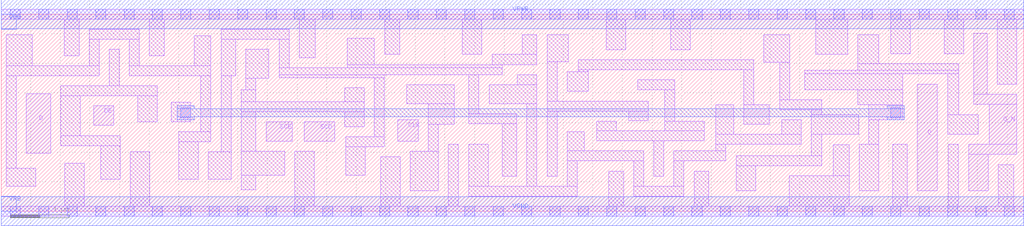
<source format=lef>
# Copyright 2020 The SkyWater PDK Authors
#
# Licensed under the Apache License, Version 2.0 (the "License");
# you may not use this file except in compliance with the License.
# You may obtain a copy of the License at
#
#     https://www.apache.org/licenses/LICENSE-2.0
#
# Unless required by applicable law or agreed to in writing, software
# distributed under the License is distributed on an "AS IS" BASIS,
# WITHOUT WARRANTIES OR CONDITIONS OF ANY KIND, either express or implied.
# See the License for the specific language governing permissions and
# limitations under the License.
#
# SPDX-License-Identifier: Apache-2.0

VERSION 5.5 ;
NAMESCASESENSITIVE ON ;
BUSBITCHARS "[]" ;
DIVIDERCHAR "/" ;
MACRO sky130_fd_sc_ms__sedfxbp_2
  CLASS CORE ;
  SOURCE USER ;
  ORIGIN  0.000000  0.000000 ;
  SIZE  17.28000 BY  3.330000 ;
  SYMMETRY X Y ;
  SITE unit ;
  PIN D
    ANTENNAGATEAREA  0.159000 ;
    DIRECTION INPUT ;
    USE SIGNAL ;
    PORT
      LAYER li1 ;
        RECT 0.425000 0.980000 0.835000 1.990000 ;
    END
  END D
  PIN DE
    ANTENNAGATEAREA  0.318000 ;
    DIRECTION INPUT ;
    USE SIGNAL ;
    PORT
      LAYER li1 ;
        RECT 1.565000 1.450000 1.905000 1.780000 ;
    END
  END DE
  PIN Q
    ANTENNADIFFAREA  0.543200 ;
    DIRECTION OUTPUT ;
    USE SIGNAL ;
    PORT
      LAYER li1 ;
        RECT 15.485000 0.350000 15.825000 2.150000 ;
    END
  END Q
  PIN Q_N
    ANTENNADIFFAREA  0.543200 ;
    DIRECTION OUTPUT ;
    USE SIGNAL ;
    PORT
      LAYER li1 ;
        RECT 16.355000 0.350000 16.685000 0.960000 ;
        RECT 16.355000 0.960000 17.165000 1.130000 ;
        RECT 16.435000 1.805000 17.165000 1.975000 ;
        RECT 16.435000 1.975000 16.665000 3.010000 ;
        RECT 16.700000 1.130000 17.165000 1.805000 ;
    END
  END Q_N
  PIN SCD
    ANTENNAGATEAREA  0.159000 ;
    DIRECTION INPUT ;
    USE SIGNAL ;
    PORT
      LAYER li1 ;
        RECT 5.125000 1.180000 5.635000 1.510000 ;
    END
  END SCD
  PIN SCE
    ANTENNAGATEAREA  0.318000 ;
    DIRECTION INPUT ;
    USE SIGNAL ;
    PORT
      LAYER li1 ;
        RECT 4.475000 1.180000 4.915000 1.510000 ;
    END
  END SCE
  PIN CLK
    ANTENNAGATEAREA  0.279000 ;
    DIRECTION INPUT ;
    USE CLOCK ;
    PORT
      LAYER li1 ;
        RECT 6.705000 1.180000 7.045000 1.550000 ;
    END
  END CLK
  PIN VGND
    DIRECTION INOUT ;
    USE GROUND ;
    PORT
      LAYER met1 ;
        RECT 0.000000 -0.245000 17.280000 0.245000 ;
    END
  END VGND
  PIN VNB
    DIRECTION INOUT ;
    USE GROUND ;
    PORT
      LAYER met1 ;
        RECT 0.000000 0.000000 0.250000 0.250000 ;
    END
  END VNB
  PIN VPB
    DIRECTION INOUT ;
    USE POWER ;
    PORT
      LAYER met1 ;
        RECT 0.000000 3.080000 0.250000 3.330000 ;
    END
  END VPB
  PIN VPWR
    DIRECTION INOUT ;
    USE POWER ;
    PORT
      LAYER met1 ;
        RECT 0.000000 3.085000 17.280000 3.575000 ;
    END
  END VPWR
  OBS
    LAYER li1 ;
      RECT  0.000000 -0.085000 17.280000 0.085000 ;
      RECT  0.000000  3.245000 17.280000 3.415000 ;
      RECT  0.085000  0.420000  0.580000 0.730000 ;
      RECT  0.085000  0.730000  0.255000 2.290000 ;
      RECT  0.085000  2.290000  1.655000 2.460000 ;
      RECT  0.085000  2.460000  0.525000 2.980000 ;
      RECT  1.005000  1.110000  2.010000 1.280000 ;
      RECT  1.005000  1.280000  1.335000 1.950000 ;
      RECT  1.005000  1.950000  2.635000 2.120000 ;
      RECT  1.065000  2.630000  1.315000 3.245000 ;
      RECT  1.070000  0.085000  1.400000 0.810000 ;
      RECT  1.485000  2.460000  1.655000 2.905000 ;
      RECT  1.485000  2.905000  2.335000 3.075000 ;
      RECT  1.680000  0.545000  2.010000 1.110000 ;
      RECT  1.825000  2.120000  1.995000 2.735000 ;
      RECT  2.165000  2.290000  3.545000 2.460000 ;
      RECT  2.165000  2.460000  2.335000 2.905000 ;
      RECT  2.180000  0.085000  2.510000 1.005000 ;
      RECT  2.305000  1.515000  2.635000 1.950000 ;
      RECT  2.505000  2.630000  2.755000 3.245000 ;
      RECT  2.875000  1.515000  3.205000 1.845000 ;
      RECT  3.000000  0.545000  3.330000 1.175000 ;
      RECT  3.000000  1.175000  3.545000 1.345000 ;
      RECT  3.265000  2.460000  3.545000 2.970000 ;
      RECT  3.375000  1.345000  3.545000 2.290000 ;
      RECT  3.500000  0.545000  3.885000 1.005000 ;
      RECT  3.715000  1.005000  3.885000 2.290000 ;
      RECT  3.715000  2.290000  3.965000 2.905000 ;
      RECT  3.715000  2.905000  4.865000 3.075000 ;
      RECT  4.055000  0.365000  4.305000 0.605000 ;
      RECT  4.055000  0.605000  4.790000 1.010000 ;
      RECT  4.055000  1.010000  4.305000 1.680000 ;
      RECT  4.055000  1.680000  6.135000 1.850000 ;
      RECT  4.055000  1.850000  4.305000 2.055000 ;
      RECT  4.135000  2.055000  4.305000 2.245000 ;
      RECT  4.135000  2.245000  4.525000 2.735000 ;
      RECT  4.695000  2.255000  6.475000 2.310000 ;
      RECT  4.695000  2.310000  8.465000 2.425000 ;
      RECT  4.695000  2.425000  4.865000 2.905000 ;
      RECT  4.960000  0.085000  5.290000 1.010000 ;
      RECT  5.035000  2.595000  5.305000 3.245000 ;
      RECT  5.805000  1.430000  6.135000 1.680000 ;
      RECT  5.805000  1.850000  6.135000 2.085000 ;
      RECT  5.820000  0.605000  6.150000 1.090000 ;
      RECT  5.820000  1.090000  6.475000 1.260000 ;
      RECT  5.845000  2.425000  8.465000 2.480000 ;
      RECT  5.845000  2.480000  6.305000 2.925000 ;
      RECT  6.305000  1.260000  6.475000 2.255000 ;
      RECT  6.415000  0.085000  6.745000 0.920000 ;
      RECT  6.485000  2.650000  6.735000 3.245000 ;
      RECT  6.855000  1.820000  7.655000 2.140000 ;
      RECT  6.915000  0.350000  7.385000 1.010000 ;
      RECT  7.215000  1.010000  7.385000 1.470000 ;
      RECT  7.215000  1.470000  7.655000 1.820000 ;
      RECT  7.555000  0.085000  7.725000 1.130000 ;
      RECT  7.795000  2.650000  8.125000 3.245000 ;
      RECT  7.905000  0.255000  9.735000 0.425000 ;
      RECT  7.905000  0.425000  8.235000 1.130000 ;
      RECT  7.905000  1.480000  8.715000 1.650000 ;
      RECT  7.905000  1.650000  8.075000 2.310000 ;
      RECT  8.245000  1.820000  9.055000 2.140000 ;
      RECT  8.295000  2.480000  9.055000 2.650000 ;
      RECT  8.465000  0.595000  8.715000 1.480000 ;
      RECT  8.725000  2.140000  9.055000 2.305000 ;
      RECT  8.805000  2.650000  9.055000 2.980000 ;
      RECT  8.885000  0.425000  9.055000 1.820000 ;
      RECT  9.225000  0.595000  9.395000 1.690000 ;
      RECT  9.225000  1.690000 10.940000 1.860000 ;
      RECT  9.225000  1.860000  9.395000 2.530000 ;
      RECT  9.225000  2.530000  9.585000 2.980000 ;
      RECT  9.565000  0.425000  9.735000 0.850000 ;
      RECT  9.565000  0.850000 10.860000 1.020000 ;
      RECT  9.565000  1.020000  9.855000 1.345000 ;
      RECT  9.565000  2.030000  9.925000 2.360000 ;
      RECT  9.755000  2.360000  9.925000 2.390000 ;
      RECT  9.755000  2.390000 12.720000 2.560000 ;
      RECT 10.065000  1.190000 11.885000 1.360000 ;
      RECT 10.065000  1.360000 10.395000 1.520000 ;
      RECT 10.225000  2.730000 10.555000 3.245000 ;
      RECT 10.270000  0.085000 10.520000 0.680000 ;
      RECT 10.610000  1.530000 10.940000 1.690000 ;
      RECT 10.690000  0.255000 11.540000 0.425000 ;
      RECT 10.690000  0.425000 10.860000 0.850000 ;
      RECT 10.760000  2.050000 11.385000 2.220000 ;
      RECT 11.030000  0.595000 11.200000 1.190000 ;
      RECT 11.215000  1.360000 11.885000 1.520000 ;
      RECT 11.215000  1.520000 11.385000 2.050000 ;
      RECT 11.320000  2.730000 11.650000 3.245000 ;
      RECT 11.370000  0.425000 11.540000 0.850000 ;
      RECT 11.370000  0.850000 12.250000 1.020000 ;
      RECT 11.710000  0.085000 11.960000 0.680000 ;
      RECT 12.080000  1.020000 12.250000 1.130000 ;
      RECT 12.080000  1.130000 13.525000 1.300000 ;
      RECT 12.080000  1.300000 12.380000 1.800000 ;
      RECT 12.420000  0.350000 12.750000 0.770000 ;
      RECT 12.420000  0.770000 13.865000 0.940000 ;
      RECT 12.550000  1.470000 12.985000 1.800000 ;
      RECT 12.550000  1.800000 12.720000 2.390000 ;
      RECT 12.890000  2.520000 13.325000 2.980000 ;
      RECT 13.155000  1.715000 13.865000 1.885000 ;
      RECT 13.155000  1.885000 13.325000 2.520000 ;
      RECT 13.195000  1.300000 13.525000 1.545000 ;
      RECT 13.320000  0.085000 14.335000 0.600000 ;
      RECT 13.585000  2.055000 15.235000 2.320000 ;
      RECT 13.585000  2.320000 16.185000 2.380000 ;
      RECT 13.695000  0.940000 13.865000 1.300000 ;
      RECT 13.695000  1.300000 14.495000 1.630000 ;
      RECT 13.695000  1.630000 13.865000 1.715000 ;
      RECT 13.765000  2.650000 14.305000 3.245000 ;
      RECT 14.065000  0.600000 14.335000 1.120000 ;
      RECT 14.475000  1.800000 15.235000 2.055000 ;
      RECT 14.475000  2.380000 16.185000 2.490000 ;
      RECT 14.475000  2.490000 14.835000 2.980000 ;
      RECT 14.505000  0.350000 14.835000 1.130000 ;
      RECT 14.665000  1.130000 14.835000 1.550000 ;
      RECT 14.665000  1.550000 15.235000 1.800000 ;
      RECT 15.035000  2.660000 15.365000 3.245000 ;
      RECT 15.065000  0.085000 15.315000 1.130000 ;
      RECT 15.935000  2.660000 16.265000 3.245000 ;
      RECT 15.995000  1.300000 16.510000 1.635000 ;
      RECT 15.995000  1.635000 16.185000 2.320000 ;
      RECT 16.005000  0.085000 16.175000 1.130000 ;
      RECT 16.835000  2.145000 17.165000 3.245000 ;
      RECT 16.855000  0.085000 17.115000 0.790000 ;
    LAYER mcon ;
      RECT  0.155000 -0.085000  0.325000 0.085000 ;
      RECT  0.155000  3.245000  0.325000 3.415000 ;
      RECT  0.635000 -0.085000  0.805000 0.085000 ;
      RECT  0.635000  3.245000  0.805000 3.415000 ;
      RECT  1.115000 -0.085000  1.285000 0.085000 ;
      RECT  1.115000  3.245000  1.285000 3.415000 ;
      RECT  1.595000 -0.085000  1.765000 0.085000 ;
      RECT  1.595000  3.245000  1.765000 3.415000 ;
      RECT  2.075000 -0.085000  2.245000 0.085000 ;
      RECT  2.075000  3.245000  2.245000 3.415000 ;
      RECT  2.555000 -0.085000  2.725000 0.085000 ;
      RECT  2.555000  3.245000  2.725000 3.415000 ;
      RECT  3.035000 -0.085000  3.205000 0.085000 ;
      RECT  3.035000  1.580000  3.205000 1.750000 ;
      RECT  3.035000  3.245000  3.205000 3.415000 ;
      RECT  3.515000 -0.085000  3.685000 0.085000 ;
      RECT  3.515000  3.245000  3.685000 3.415000 ;
      RECT  3.995000 -0.085000  4.165000 0.085000 ;
      RECT  3.995000  3.245000  4.165000 3.415000 ;
      RECT  4.475000 -0.085000  4.645000 0.085000 ;
      RECT  4.475000  3.245000  4.645000 3.415000 ;
      RECT  4.955000 -0.085000  5.125000 0.085000 ;
      RECT  4.955000  3.245000  5.125000 3.415000 ;
      RECT  5.435000 -0.085000  5.605000 0.085000 ;
      RECT  5.435000  3.245000  5.605000 3.415000 ;
      RECT  5.915000 -0.085000  6.085000 0.085000 ;
      RECT  5.915000  3.245000  6.085000 3.415000 ;
      RECT  6.395000 -0.085000  6.565000 0.085000 ;
      RECT  6.395000  3.245000  6.565000 3.415000 ;
      RECT  6.875000 -0.085000  7.045000 0.085000 ;
      RECT  6.875000  3.245000  7.045000 3.415000 ;
      RECT  7.355000 -0.085000  7.525000 0.085000 ;
      RECT  7.355000  3.245000  7.525000 3.415000 ;
      RECT  7.835000 -0.085000  8.005000 0.085000 ;
      RECT  7.835000  3.245000  8.005000 3.415000 ;
      RECT  8.315000 -0.085000  8.485000 0.085000 ;
      RECT  8.315000  3.245000  8.485000 3.415000 ;
      RECT  8.795000 -0.085000  8.965000 0.085000 ;
      RECT  8.795000  3.245000  8.965000 3.415000 ;
      RECT  9.275000 -0.085000  9.445000 0.085000 ;
      RECT  9.275000  3.245000  9.445000 3.415000 ;
      RECT  9.755000 -0.085000  9.925000 0.085000 ;
      RECT  9.755000  3.245000  9.925000 3.415000 ;
      RECT 10.235000 -0.085000 10.405000 0.085000 ;
      RECT 10.235000  3.245000 10.405000 3.415000 ;
      RECT 10.715000 -0.085000 10.885000 0.085000 ;
      RECT 10.715000  3.245000 10.885000 3.415000 ;
      RECT 11.195000 -0.085000 11.365000 0.085000 ;
      RECT 11.195000  3.245000 11.365000 3.415000 ;
      RECT 11.675000 -0.085000 11.845000 0.085000 ;
      RECT 11.675000  3.245000 11.845000 3.415000 ;
      RECT 12.155000 -0.085000 12.325000 0.085000 ;
      RECT 12.155000  3.245000 12.325000 3.415000 ;
      RECT 12.635000 -0.085000 12.805000 0.085000 ;
      RECT 12.635000  3.245000 12.805000 3.415000 ;
      RECT 13.115000 -0.085000 13.285000 0.085000 ;
      RECT 13.115000  3.245000 13.285000 3.415000 ;
      RECT 13.595000 -0.085000 13.765000 0.085000 ;
      RECT 13.595000  3.245000 13.765000 3.415000 ;
      RECT 14.075000 -0.085000 14.245000 0.085000 ;
      RECT 14.075000  3.245000 14.245000 3.415000 ;
      RECT 14.555000 -0.085000 14.725000 0.085000 ;
      RECT 14.555000  3.245000 14.725000 3.415000 ;
      RECT 15.035000 -0.085000 15.205000 0.085000 ;
      RECT 15.035000  1.580000 15.205000 1.750000 ;
      RECT 15.035000  3.245000 15.205000 3.415000 ;
      RECT 15.515000 -0.085000 15.685000 0.085000 ;
      RECT 15.515000  3.245000 15.685000 3.415000 ;
      RECT 15.995000 -0.085000 16.165000 0.085000 ;
      RECT 15.995000  3.245000 16.165000 3.415000 ;
      RECT 16.475000 -0.085000 16.645000 0.085000 ;
      RECT 16.475000  3.245000 16.645000 3.415000 ;
      RECT 16.955000 -0.085000 17.125000 0.085000 ;
      RECT 16.955000  3.245000 17.125000 3.415000 ;
    LAYER met1 ;
      RECT  2.975000 1.550000  3.265000 1.595000 ;
      RECT  2.975000 1.595000 15.265000 1.735000 ;
      RECT  2.975000 1.735000  3.265000 1.780000 ;
      RECT 14.975000 1.550000 15.265000 1.595000 ;
      RECT 14.975000 1.735000 15.265000 1.780000 ;
  END
END sky130_fd_sc_ms__sedfxbp_2

</source>
